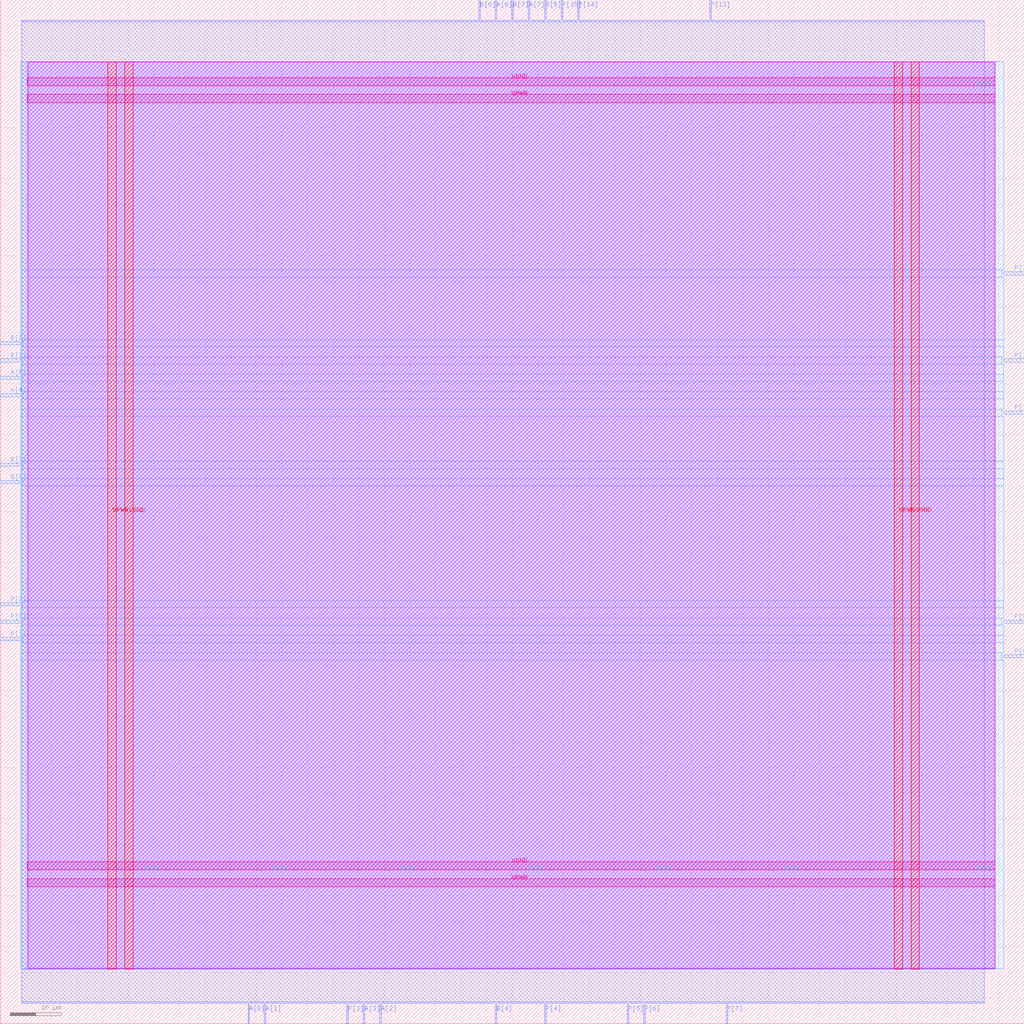
<source format=lef>
VERSION 5.7 ;
  NOWIREEXTENSIONATPIN ON ;
  DIVIDERCHAR "/" ;
  BUSBITCHARS "[]" ;
MACRO mult8_2bits_2op_e24963
  CLASS BLOCK ;
  FOREIGN mult8_2bits_2op_e24963 ;
  ORIGIN 0.000 0.000 ;
  SIZE 200.000 BY 200.000 ;
  PIN A[0]
    DIRECTION INPUT ;
    USE SIGNAL ;
    ANTENNAGATEAREA 0.196500 ;
    PORT
      LAYER met2 ;
        RECT 48.390 0.000 48.670 4.000 ;
    END
  END A[0]
  PIN A[1]
    DIRECTION INPUT ;
    USE SIGNAL ;
    ANTENNAGATEAREA 0.126000 ;
    PORT
      LAYER met2 ;
        RECT 51.610 0.000 51.890 4.000 ;
    END
  END A[1]
  PIN A[2]
    DIRECTION INPUT ;
    USE SIGNAL ;
    ANTENNAGATEAREA 0.495000 ;
    PORT
      LAYER met2 ;
        RECT 74.150 0.000 74.430 4.000 ;
    END
  END A[2]
  PIN A[3]
    DIRECTION INPUT ;
    USE SIGNAL ;
    ANTENNAGATEAREA 0.213000 ;
    PORT
      LAYER met2 ;
        RECT 70.930 0.000 71.210 4.000 ;
    END
  END A[3]
  PIN A[4]
    DIRECTION INPUT ;
    USE SIGNAL ;
    ANTENNAGATEAREA 0.196500 ;
    PORT
      LAYER met3 ;
        RECT 0.000 122.440 4.000 123.040 ;
    END
  END A[4]
  PIN A[5]
    DIRECTION INPUT ;
    USE SIGNAL ;
    ANTENNAGATEAREA 0.213000 ;
    PORT
      LAYER met3 ;
        RECT 0.000 125.840 4.000 126.440 ;
    END
  END A[5]
  PIN A[6]
    DIRECTION INPUT ;
    USE SIGNAL ;
    ANTENNAGATEAREA 0.196500 ;
    PORT
      LAYER met2 ;
        RECT 96.690 196.000 96.970 200.000 ;
    END
  END A[6]
  PIN A[7]
    DIRECTION INPUT ;
    USE SIGNAL ;
    ANTENNAGATEAREA 0.196500 ;
    PORT
      LAYER met2 ;
        RECT 103.130 196.000 103.410 200.000 ;
    END
  END A[7]
  PIN B[0]
    DIRECTION INPUT ;
    USE SIGNAL ;
    ANTENNAGATEAREA 0.196500 ;
    PORT
      LAYER met3 ;
        RECT 0.000 105.440 4.000 106.040 ;
    END
  END B[0]
  PIN B[1]
    DIRECTION INPUT ;
    USE SIGNAL ;
    ANTENNAGATEAREA 0.213000 ;
    PORT
      LAYER met3 ;
        RECT 0.000 108.840 4.000 109.440 ;
    END
  END B[1]
  PIN B[2]
    DIRECTION INPUT ;
    USE SIGNAL ;
    ANTENNAGATEAREA 0.213000 ;
    PORT
      LAYER met3 ;
        RECT 0.000 132.640 4.000 133.240 ;
    END
  END B[2]
  PIN B[3]
    DIRECTION INPUT ;
    USE SIGNAL ;
    ANTENNAGATEAREA 0.742500 ;
    PORT
      LAYER met3 ;
        RECT 0.000 129.240 4.000 129.840 ;
    END
  END B[3]
  PIN B[4]
    DIRECTION INPUT ;
    USE SIGNAL ;
    ANTENNAGATEAREA 0.126000 ;
    PORT
      LAYER met2 ;
        RECT 96.690 0.000 96.970 4.000 ;
    END
  END B[4]
  PIN B[5]
    DIRECTION INPUT ;
    USE SIGNAL ;
    ANTENNAGATEAREA 0.126000 ;
    PORT
      LAYER met2 ;
        RECT 106.350 196.000 106.630 200.000 ;
    END
  END B[5]
  PIN B[6]
    DIRECTION INPUT ;
    USE SIGNAL ;
    ANTENNAGATEAREA 0.213000 ;
    PORT
      LAYER met2 ;
        RECT 93.470 196.000 93.750 200.000 ;
    END
  END B[6]
  PIN B[7]
    DIRECTION INPUT ;
    USE SIGNAL ;
    ANTENNAGATEAREA 0.196500 ;
    PORT
      LAYER met2 ;
        RECT 99.910 196.000 100.190 200.000 ;
    END
  END B[7]
  PIN P[0]
    DIRECTION OUTPUT ;
    USE SIGNAL ;
    ANTENNADIFFAREA 0.445500 ;
    PORT
      LAYER met3 ;
        RECT 0.000 78.240 4.000 78.840 ;
    END
  END P[0]
  PIN P[10]
    DIRECTION OUTPUT ;
    USE SIGNAL ;
    ANTENNADIFFAREA 1.336500 ;
    PORT
      LAYER met3 ;
        RECT 196.000 119.040 200.000 119.640 ;
    END
  END P[10]
  PIN P[11]
    DIRECTION OUTPUT ;
    USE SIGNAL ;
    ANTENNADIFFAREA 1.336500 ;
    PORT
      LAYER met3 ;
        RECT 196.000 129.240 200.000 129.840 ;
    END
  END P[11]
  PIN P[12]
    DIRECTION OUTPUT ;
    USE SIGNAL ;
    ANTENNADIFFAREA 0.891000 ;
    PORT
      LAYER met3 ;
        RECT 196.000 146.240 200.000 146.840 ;
    END
  END P[12]
  PIN P[13]
    DIRECTION OUTPUT ;
    USE SIGNAL ;
    ANTENNADIFFAREA 1.336500 ;
    PORT
      LAYER met2 ;
        RECT 138.550 196.000 138.830 200.000 ;
    END
  END P[13]
  PIN P[14]
    DIRECTION OUTPUT ;
    USE SIGNAL ;
    ANTENNADIFFAREA 1.336500 ;
    PORT
      LAYER met2 ;
        RECT 112.790 196.000 113.070 200.000 ;
    END
  END P[14]
  PIN P[15]
    DIRECTION OUTPUT ;
    USE SIGNAL ;
    ANTENNADIFFAREA 0.891000 ;
    PORT
      LAYER met2 ;
        RECT 109.570 196.000 109.850 200.000 ;
    END
  END P[15]
  PIN P[1]
    DIRECTION OUTPUT ;
    USE SIGNAL ;
    ANTENNADIFFAREA 0.445500 ;
    PORT
      LAYER met3 ;
        RECT 0.000 74.840 4.000 75.440 ;
    END
  END P[1]
  PIN P[2]
    DIRECTION OUTPUT ;
    USE SIGNAL ;
    ANTENNADIFFAREA 0.445500 ;
    PORT
      LAYER met3 ;
        RECT 0.000 81.640 4.000 82.240 ;
    END
  END P[2]
  PIN P[3]
    DIRECTION OUTPUT ;
    USE SIGNAL ;
    ANTENNADIFFAREA 0.445500 ;
    PORT
      LAYER met2 ;
        RECT 67.710 0.000 67.990 4.000 ;
    END
  END P[3]
  PIN P[4]
    DIRECTION OUTPUT ;
    USE SIGNAL ;
    ANTENNADIFFAREA 0.445500 ;
    PORT
      LAYER met2 ;
        RECT 106.350 0.000 106.630 4.000 ;
    END
  END P[4]
  PIN P[5]
    DIRECTION OUTPUT ;
    USE SIGNAL ;
    ANTENNADIFFAREA 0.445500 ;
    PORT
      LAYER met2 ;
        RECT 122.450 0.000 122.730 4.000 ;
    END
  END P[5]
  PIN P[6]
    DIRECTION OUTPUT ;
    USE SIGNAL ;
    ANTENNADIFFAREA 1.336500 ;
    PORT
      LAYER met2 ;
        RECT 125.670 0.000 125.950 4.000 ;
    END
  END P[6]
  PIN P[7]
    DIRECTION OUTPUT ;
    USE SIGNAL ;
    ANTENNADIFFAREA 1.336500 ;
    PORT
      LAYER met2 ;
        RECT 141.770 0.000 142.050 4.000 ;
    END
  END P[7]
  PIN P[8]
    DIRECTION OUTPUT ;
    USE SIGNAL ;
    ANTENNADIFFAREA 0.891000 ;
    PORT
      LAYER met3 ;
        RECT 196.000 71.440 200.000 72.040 ;
    END
  END P[8]
  PIN P[9]
    DIRECTION OUTPUT ;
    USE SIGNAL ;
    ANTENNADIFFAREA 0.891000 ;
    PORT
      LAYER met3 ;
        RECT 196.000 78.240 200.000 78.840 ;
    END
  END P[9]
  PIN VGND
    DIRECTION INOUT ;
    USE GROUND ;
    PORT
      LAYER met4 ;
        RECT 24.340 10.640 25.940 187.920 ;
    END
    PORT
      LAYER met4 ;
        RECT 177.940 10.640 179.540 187.920 ;
    END
    PORT
      LAYER met5 ;
        RECT 5.280 30.030 194.360 31.630 ;
    END
    PORT
      LAYER met5 ;
        RECT 5.280 183.210 194.360 184.810 ;
    END
  END VGND
  PIN VPWR
    DIRECTION INOUT ;
    USE POWER ;
    PORT
      LAYER met4 ;
        RECT 21.040 10.640 22.640 187.920 ;
    END
    PORT
      LAYER met4 ;
        RECT 174.640 10.640 176.240 187.920 ;
    END
    PORT
      LAYER met5 ;
        RECT 5.280 26.730 194.360 28.330 ;
    END
    PORT
      LAYER met5 ;
        RECT 5.280 179.910 194.360 181.510 ;
    END
  END VPWR
  OBS
      LAYER nwell ;
        RECT 5.330 10.795 194.310 187.870 ;
      LAYER li1 ;
        RECT 5.520 10.795 194.120 187.765 ;
      LAYER met1 ;
        RECT 4.210 10.640 194.120 187.920 ;
      LAYER met2 ;
        RECT 4.230 195.720 93.190 196.000 ;
        RECT 94.030 195.720 96.410 196.000 ;
        RECT 97.250 195.720 99.630 196.000 ;
        RECT 100.470 195.720 102.850 196.000 ;
        RECT 103.690 195.720 106.070 196.000 ;
        RECT 106.910 195.720 109.290 196.000 ;
        RECT 110.130 195.720 112.510 196.000 ;
        RECT 113.350 195.720 138.270 196.000 ;
        RECT 139.110 195.720 192.190 196.000 ;
        RECT 4.230 4.280 192.190 195.720 ;
        RECT 4.230 4.000 48.110 4.280 ;
        RECT 48.950 4.000 51.330 4.280 ;
        RECT 52.170 4.000 67.430 4.280 ;
        RECT 68.270 4.000 70.650 4.280 ;
        RECT 71.490 4.000 73.870 4.280 ;
        RECT 74.710 4.000 96.410 4.280 ;
        RECT 97.250 4.000 106.070 4.280 ;
        RECT 106.910 4.000 122.170 4.280 ;
        RECT 123.010 4.000 125.390 4.280 ;
        RECT 126.230 4.000 141.490 4.280 ;
        RECT 142.330 4.000 192.190 4.280 ;
      LAYER met3 ;
        RECT 3.990 147.240 196.000 187.845 ;
        RECT 3.990 145.840 195.600 147.240 ;
        RECT 3.990 133.640 196.000 145.840 ;
        RECT 4.400 132.240 196.000 133.640 ;
        RECT 3.990 130.240 196.000 132.240 ;
        RECT 4.400 128.840 195.600 130.240 ;
        RECT 3.990 126.840 196.000 128.840 ;
        RECT 4.400 125.440 196.000 126.840 ;
        RECT 3.990 123.440 196.000 125.440 ;
        RECT 4.400 122.040 196.000 123.440 ;
        RECT 3.990 120.040 196.000 122.040 ;
        RECT 3.990 118.640 195.600 120.040 ;
        RECT 3.990 109.840 196.000 118.640 ;
        RECT 4.400 108.440 196.000 109.840 ;
        RECT 3.990 106.440 196.000 108.440 ;
        RECT 4.400 105.040 196.000 106.440 ;
        RECT 3.990 82.640 196.000 105.040 ;
        RECT 4.400 81.240 196.000 82.640 ;
        RECT 3.990 79.240 196.000 81.240 ;
        RECT 4.400 77.840 195.600 79.240 ;
        RECT 3.990 75.840 196.000 77.840 ;
        RECT 4.400 74.440 196.000 75.840 ;
        RECT 3.990 72.440 196.000 74.440 ;
        RECT 3.990 71.040 195.600 72.440 ;
        RECT 3.990 10.715 196.000 71.040 ;
  END
END mult8_2bits_2op_e24963
END LIBRARY


</source>
